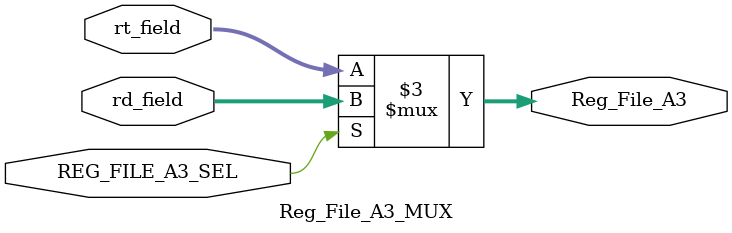
<source format=v>
module Reg_File_A3_MUX (	
	
	input					REG_FILE_A3_SEL, // RegDst
	input		 	[4:0]	rd_field, 		 // instr_addr[15:11]
	input 			[4:0]	rt_field,		 // instr_addr[20:16]

	output	reg 	[4:0]	Reg_File_A3
);

always @(*) begin 
	
	if (REG_FILE_A3_SEL) begin // at R-Type instuctions

		Reg_File_A3 = rd_field;
	end

	else begin // only at lw instruction
		Reg_File_A3 = rt_field;
	end
end

endmodule : Reg_File_A3_MUX
</source>
